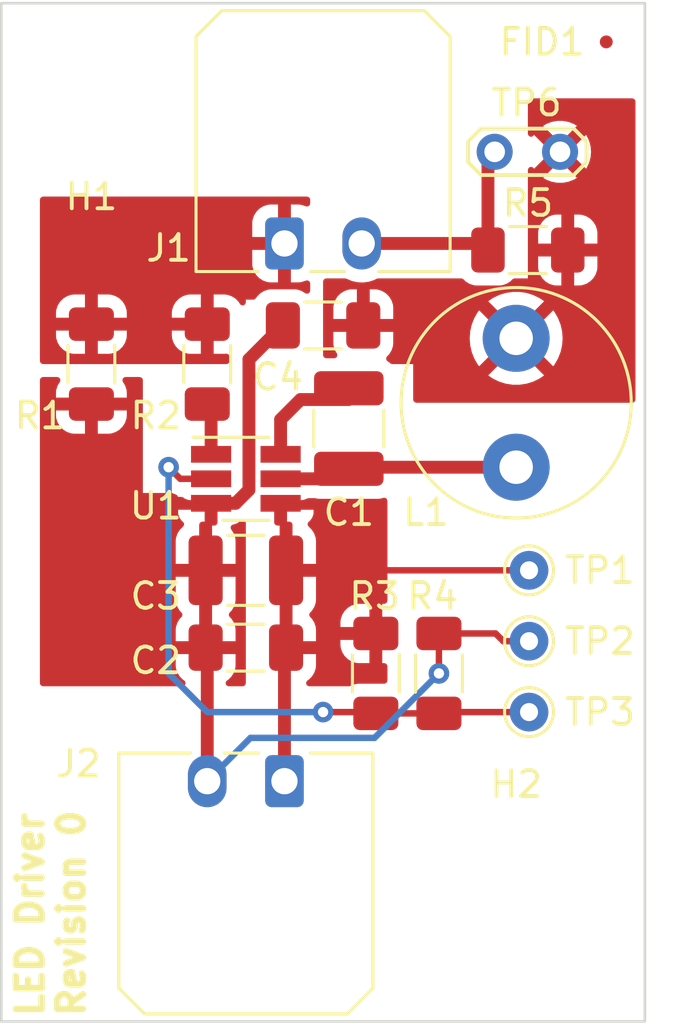
<source format=kicad_pcb>
(kicad_pcb (version 20221018) (generator pcbnew)
  (layers (0 "F.Cu" signal) (31 "B.Cu" signal) (34 "B.Paste" user) (35 "F.Paste" user) (36 "B.SilkS" user "B.Silkscreen") (37 "F.SilkS" user "F.Silkscreen") (38 "B.Mask" user) (39 "F.Mask" user) (44 "Edge.Cuts" user))
  (net 0 "")
  (net 1 "Net-(U1-SW)")
  (net 2 "Net-(U1-BOOT)")
  (net 3 "+24V")
  (net 4 "GND")
  (net 5 "Net-(J1-Pin_1)")
  (net 6 "Net-(J1-Pin_2)")
  (net 7 "Net-(U1-FB)")
  (net 8 "Net-(U1-DIM)")
  (net 9 "Net-(C4-Pad1)")
  (footprint "Package_TO_SOT_SMD:SOT-23-6_Handsoldering" (layer "F.Cu") (at 137 100.95)
    (fp_text reference "U1" (at -3.5 1.05) (layer "F.SilkS"))
    (fp_text value "TPS92200")
    (fp_line (start -0.9 1.61) (end 0.9 1.61) (stroke (width 0.12)) (layer "F.SilkS"))
    (fp_line (start 0.9 -1.61) (end -2.05 -1.61) (stroke (width 0.12)) (layer "F.SilkS"))
    (pad "1" smd rect (at -1.35 -0.95) (size 1.56 0.65) (layers "F.Cu" "F.Paste" "F.Mask") (net 7 "Net-(U1-FB)"))
    (pad "2" smd rect (at -1.35 0) (size 1.56 0.65) (layers "F.Cu" "F.Paste" "F.Mask") (net 8 "Net-(U1-DIM)"))
    (pad "3" smd rect (at -1.35 0.95) (size 1.56 0.65) (layers "F.Cu" "F.Paste" "F.Mask") (net 4 "GND"))
    (pad "4" smd rect (at 1.35 0.95) (size 1.56 0.65) (layers "F.Cu" "F.Paste" "F.Mask") (net 3 "+24V"))
    (pad "5" smd rect (at 1.35 0) (size 1.56 0.65) (layers "F.Cu" "F.Paste" "F.Mask") (net 1 "Net-(U1-SW)"))
    (pad "6" smd rect (at 1.35 -0.95) (size 1.56 0.65) (layers "F.Cu" "F.Paste" "F.Mask") (net 2 "Net-(U1-BOOT)"))
  )
  (footprint "Capacitor_SMD:C_1210_3225Metric_Pad1.33x2.70mm_HandSolder" (layer "F.Cu") (at 141 99 90)
    (fp_text reference "C1" (at -3.25 0 180) (layer "F.SilkS"))
    (fp_text value "0.1uF" hide)
    (fp_line (start -0.711252 -1.36) (end 0.711252 -1.36) (stroke (width 0.12)) (layer "F.SilkS"))
    (fp_line (start -0.711252 1.36) (end 0.711252 1.36) (stroke (width 0.12)) (layer "F.SilkS"))
    (pad "1" smd roundrect (at -1.5625 0 90) (size 1.325 2.7) (layers "F.Cu" "F.Paste" "F.Mask") (roundrect_rratio 0.188679) (net 1 "Net-(U1-SW)"))
    (pad "2" smd roundrect (at 1.5625 0 90) (size 1.325 2.7) (layers "F.Cu" "F.Paste" "F.Mask") (roundrect_rratio 0.188679) (net 2 "Net-(U1-BOOT)"))
  )
  (footprint "Resistor_SMD:R_1206_3216Metric_Pad1.30x1.75mm_HandSolder" (layer "F.Cu") (at 142.05 108.5 90)
    (fp_text reference "R3" (at 3 -0.05 180) (layer "F.SilkS"))
    (fp_text value "51k" hide)
    (fp_line (start -0.727064 -0.91) (end 0.727064 -0.91) (stroke (width 0.12)) (layer "F.SilkS"))
    (fp_line (start -0.727064 0.91) (end 0.727064 0.91) (stroke (width 0.12)) (layer "F.SilkS"))
    (pad "1" smd roundrect (at -1.55 0 90) (size 1.3 1.75) (layers "F.Cu" "F.Paste" "F.Mask") (roundrect_rratio 0.192308) (net 8 "Net-(U1-DIM)"))
    (pad "2" smd roundrect (at 1.55 0 90) (size 1.3 1.75) (layers "F.Cu" "F.Paste" "F.Mask") (roundrect_rratio 0.192308) (net 3 "+24V"))
  )
  (footprint "Capacitor_SMD:C_1210_3225Metric_Pad1.33x2.70mm_HandSolder" (layer "F.Cu") (at 137 104.5 180)
    (fp_text reference "C3" (at 3.5 -1) (layer "F.SilkS"))
    (fp_text value "0.1uF" hide)
    (fp_line (start -0.711252 -1.36) (end 0.711252 -1.36) (stroke (width 0.12)) (layer "F.SilkS"))
    (fp_line (start -0.711252 1.36) (end 0.711252 1.36) (stroke (width 0.12)) (layer "F.SilkS"))
    (pad "1" smd roundrect (at -1.5625 0 180) (size 1.325 2.7) (layers "F.Cu" "F.Paste" "F.Mask") (roundrect_rratio 0.188679) (net 3 "+24V"))
    (pad "2" smd roundrect (at 1.5625 0 180) (size 1.325 2.7) (layers "F.Cu" "F.Paste" "F.Mask") (roundrect_rratio 0.188679) (net 4 "GND"))
  )
  (footprint "Connector_Molex:Molex_Micro-Fit_3.0_43650-0200_1x02_P3.00mm_Horizontal" (layer "F.Cu") (at 138.5 112.68 180)
    (fp_text reference "J2" (at 8 0.68) (layer "F.SilkS"))
    (fp_text value "Conn_24V")
    (fp_line (start -3.435 -8.03) (end -2.435 -9.03) (stroke (width 0.12)) (layer "F.SilkS"))
    (fp_line (start -3.435 1.09) (end -3.435 -8.03) (stroke (width 0.12)) (layer "F.SilkS"))
    (fp_line (start -3.435 1.09) (end -1.01 1.09) (stroke (width 0.12)) (layer "F.SilkS"))
    (fp_line (start -2.435 -9.03) (end 5.435 -9.03) (stroke (width 0.12)) (layer "F.SilkS"))
    (fp_line (start 1.01 1.09) (end 2.348233 1.09) (stroke (width 0.12)) (layer "F.SilkS"))
    (fp_line (start 5.435 -9.03) (end 6.435 -8.03) (stroke (width 0.12)) (layer "F.SilkS"))
    (fp_line (start 6.435 -8.03) (end 6.435 1.09) (stroke (width 0.12)) (layer "F.SilkS"))
    (fp_line (start 6.435 1.09) (end 3.651767 1.09) (stroke (width 0.12)) (layer "F.SilkS"))
    (pad "" np_thru_hole circle (at 1.5 -4.32 180) (size 3 3) (drill 3) (layers "*.Cu" "*.Mask"))
    (pad "1" thru_hole roundrect (at 0 0 180) (size 1.5 2.02) (drill 1.02) (layers "*.Cu" "*.Mask") (roundrect_rratio 0.166667) (net 3 "+24V"))
    (pad "2" thru_hole oval (at 3 0 180) (size 1.5 2.02) (drill 1.02) (layers "*.Cu" "*.Mask") (net 4 "GND"))
  )
  (footprint "Resistor_SMD:R_1206_3216Metric_Pad1.30x1.75mm_HandSolder" (layer "F.Cu") (at 147.955 92.075)
    (fp_text reference "R5" (at 0 -1.82) (layer "F.SilkS"))
    (fp_text value "0R")
    (fp_line (start -0.727064 -0.91) (end 0.727064 -0.91) (stroke (width 0.12)) (layer "F.SilkS"))
    (fp_line (start -0.727064 0.91) (end 0.727064 0.91) (stroke (width 0.12)) (layer "F.SilkS"))
    (pad "1" smd roundrect (at -1.55 0) (size 1.3 1.75) (layers "F.Cu" "F.Paste" "F.Mask") (roundrect_rratio 0.192308) (net 6 "Net-(J1-Pin_2)"))
    (pad "2" smd roundrect (at 1.55 0) (size 1.3 1.75) (layers "F.Cu" "F.Paste" "F.Mask") (roundrect_rratio 0.192308) (net 9 "Net-(C4-Pad1)"))
  )
  (footprint "Capacitor_SMD:C_1206_3216Metric_Pad1.33x1.80mm_HandSolder" (layer "F.Cu") (at 140 95 180)
    (fp_text reference "C4" (at 1.75 -2) (layer "F.SilkS"))
    (fp_text value "10uF")
    (fp_line (start -0.711252 -0.91) (end 0.711252 -0.91) (stroke (width 0.12)) (layer "F.SilkS"))
    (fp_line (start -0.711252 0.91) (end 0.711252 0.91) (stroke (width 0.12)) (layer "F.SilkS"))
    (pad "1" smd roundrect (at -1.5625 0 180) (size 1.325 1.8) (layers "F.Cu" "F.Paste" "F.Mask") (roundrect_rratio 0.188679) (net 9 "Net-(C4-Pad1)"))
    (pad "2" smd roundrect (at 1.5625 0 180) (size 1.325 1.8) (layers "F.Cu" "F.Paste" "F.Mask") (roundrect_rratio 0.188679) (net 4 "GND"))
  )
  (footprint "TestPoint:TestPoint_THTPad_D1.5mm_Drill0.7mm" (layer "F.Cu") (at 148 104.5)
    (fp_text reference "TP1" (at 2.75 0) (layer "F.SilkS"))
    (fp_text value "TestPoint" hide)
    (fp_circle (center 0 0) (end 0 0.95) (stroke (width 0.12)) (fill none) (layer "F.SilkS"))
    (pad "1" thru_hole circle (at 0 0) (size 1.5 1.5) (drill 0.7) (layers "*.Cu" "*.Mask") (net 3 "+24V"))
  )
  (footprint "TestPoint:TestPoint_2Pads_Pitch2.54mm_Drill0.8mm" (layer "F.Cu") (at 149.205 88.265 180)
    (fp_text reference "TP6" (at 1.3 1.905) (layer "F.SilkS"))
    (fp_text value "TestPoint_2Pole" hide)
    (fp_line (start -1.03 -0.4) (end -0.53 -0.9) (stroke (width 0.15)) (layer "F.SilkS"))
    (fp_line (start -1.03 0.4) (end -1.03 -0.4) (stroke (width 0.15)) (layer "F.SilkS"))
    (fp_line (start -0.53 -0.9) (end 3.07 -0.9) (stroke (width 0.15)) (layer "F.SilkS"))
    (fp_line (start -0.53 0.9) (end -1.03 0.4) (stroke (width 0.15)) (layer "F.SilkS"))
    (fp_line (start 3.07 -0.9) (end 3.57 -0.4) (stroke (width 0.15)) (layer "F.SilkS"))
    (fp_line (start 3.07 0.9) (end -0.53 0.9) (stroke (width 0.15)) (layer "F.SilkS"))
    (fp_line (start 3.57 -0.4) (end 3.57 0.4) (stroke (width 0.15)) (layer "F.SilkS"))
    (fp_line (start 3.57 0.4) (end 3.07 0.9) (stroke (width 0.15)) (layer "F.SilkS"))
    (pad "1" thru_hole circle (at 0 0 180) (size 1.4 1.4) (drill 0.8) (layers "*.Cu" "*.Mask") (net 9 "Net-(C4-Pad1)"))
    (pad "2" thru_hole circle (at 2.54 0 180) (size 1.4 1.4) (drill 0.8) (layers "*.Cu" "*.Mask") (net 6 "Net-(J1-Pin_2)"))
  )
  (footprint "Resistor_SMD:R_1206_3216Metric_Pad1.30x1.75mm_HandSolder" (layer "F.Cu") (at 131 96.5 90)
    (fp_text reference "R1" (at -2 -2 180) (layer "F.SilkS"))
    (fp_text value "0.133R" hide)
    (fp_line (start -0.727064 -0.91) (end 0.727064 -0.91) (stroke (width 0.12)) (layer "F.SilkS"))
    (fp_line (start -0.727064 0.91) (end 0.727064 0.91) (stroke (width 0.12)) (layer "F.SilkS"))
    (pad "1" smd roundrect (at -1.55 0 90) (size 1.3 1.75) (layers "F.Cu" "F.Paste" "F.Mask") (roundrect_rratio 0.192308) (net 4 "GND"))
    (pad "2" smd roundrect (at 1.55 0 90) (size 1.3 1.75) (layers "F.Cu" "F.Paste" "F.Mask") (roundrect_rratio 0.192308) (net 5 "Net-(J1-Pin_1)"))
  )
  (footprint "Connector_Molex:Molex_Micro-Fit_3.0_43650-0200_1x02_P3.00mm_Horizontal" (layer "F.Cu") (at 138.5 91.82)
    (fp_text reference "J1" (at -4.5 0.18) (layer "F.SilkS"))
    (fp_text value "Conn_LED")
    (fp_line (start -3.435 -8.03) (end -2.435 -9.03) (stroke (width 0.12)) (layer "F.SilkS"))
    (fp_line (start -3.435 1.09) (end -3.435 -8.03) (stroke (width 0.12)) (layer "F.SilkS"))
    (fp_line (start -3.435 1.09) (end -1.01 1.09) (stroke (width 0.12)) (layer "F.SilkS"))
    (fp_line (start -2.435 -9.03) (end 5.435 -9.03) (stroke (width 0.12)) (layer "F.SilkS"))
    (fp_line (start 1.01 1.09) (end 2.348233 1.09) (stroke (width 0.12)) (layer "F.SilkS"))
    (fp_line (start 5.435 -9.03) (end 6.435 -8.03) (stroke (width 0.12)) (layer "F.SilkS"))
    (fp_line (start 6.435 -8.03) (end 6.435 1.09) (stroke (width 0.12)) (layer "F.SilkS"))
    (fp_line (start 6.435 1.09) (end 3.651767 1.09) (stroke (width 0.12)) (layer "F.SilkS"))
    (pad "" np_thru_hole circle (at 1.5 -4.32) (size 3 3) (drill 3) (layers "*.Cu" "*.Mask"))
    (pad "1" thru_hole roundrect (at 0 0) (size 1.5 2.02) (drill 1.02) (layers "*.Cu" "*.Mask") (roundrect_rratio 0.166667) (net 5 "Net-(J1-Pin_1)"))
    (pad "2" thru_hole oval (at 3 0) (size 1.5 2.02) (drill 1.02) (layers "*.Cu" "*.Mask") (net 6 "Net-(J1-Pin_2)"))
  )
  (footprint "Capacitor_SMD:C_1206_3216Metric_Pad1.33x1.80mm_HandSolder" (layer "F.Cu") (at 137 107.5 180)
    (fp_text reference "C2" (at 3.5 -0.5) (layer "F.SilkS"))
    (fp_text value "10uF" hide)
    (fp_line (start -0.711252 -0.91) (end 0.711252 -0.91) (stroke (width 0.12)) (layer "F.SilkS"))
    (fp_line (start -0.711252 0.91) (end 0.711252 0.91) (stroke (width 0.12)) (layer "F.SilkS"))
    (pad "1" smd roundrect (at -1.5625 0 180) (size 1.325 1.8) (layers "F.Cu" "F.Paste" "F.Mask") (roundrect_rratio 0.188679) (net 3 "+24V"))
    (pad "2" smd roundrect (at 1.5625 0 180) (size 1.325 1.8) (layers "F.Cu" "F.Paste" "F.Mask") (roundrect_rratio 0.188679) (net 4 "GND"))
  )
  (footprint "Resistor_SMD:R_1206_3216Metric_Pad1.30x1.75mm_HandSolder" (layer "F.Cu") (at 135.5 96.5 -90)
    (fp_text reference "R2" (at 2 2 -180) (layer "F.SilkS"))
    (fp_text value "0R" hide)
    (fp_line (start -0.727064 -0.91) (end 0.727064 -0.91) (stroke (width 0.12)) (layer "F.SilkS"))
    (fp_line (start -0.727064 0.91) (end 0.727064 0.91) (stroke (width 0.12)) (layer "F.SilkS"))
    (pad "1" smd roundrect (at -1.55 0 270) (size 1.3 1.75) (layers "F.Cu" "F.Paste" "F.Mask") (roundrect_rratio 0.192308) (net 5 "Net-(J1-Pin_1)"))
    (pad "2" smd roundrect (at 1.55 0 270) (size 1.3 1.75) (layers "F.Cu" "F.Paste" "F.Mask") (roundrect_rratio 0.192308) (net 7 "Net-(U1-FB)"))
  )
  (footprint "TestPoint:TestPoint_THTPad_D1.5mm_Drill0.7mm" (layer "F.Cu") (at 148 110)
    (fp_text reference "TP3" (at 2.75 0) (layer "F.SilkS"))
    (fp_text value "TestPoint" hide)
    (fp_circle (center 0 0) (end 0 0.95) (stroke (width 0.12)) (fill none) (layer "F.SilkS"))
    (pad "1" thru_hole circle (at 0 0) (size 1.5 1.5) (drill 0.7) (layers "*.Cu" "*.Mask") (net 8 "Net-(U1-DIM)"))
  )
  (footprint "Fiducial:Fiducial_0.5mm_Mask1mm" (layer "F.Cu") (at 151 84)
    (fp_text reference "FID1" (at -2.5 0 180) (layer "F.SilkS"))
    (fp_text value "Fiducial" hide)
    (pad "" smd circle (at 0 0) (size 0.5 0.5) (layers "F.Cu" "F.Mask") (clearance 0.25))
  )
  (footprint "MountingHole:MountingHole_2.7mm_M2.5" (layer "F.Cu") (at 147.5 116.5)
    (fp_text reference "H2" (at 0 -3.7) (layer "F.SilkS"))
    (fp_text value "MountingHole" hide)
    (pad "" np_thru_hole circle (at 0 0) (size 2.7 2.7) (drill 2.7) (layers "*.Cu" "*.Mask"))
  )
  (footprint "Resistor_SMD:R_1206_3216Metric_Pad1.30x1.75mm_HandSolder" (layer "F.Cu") (at 144.5 108.5 -90)
    (fp_text reference "R4" (at -3 0.25 -180) (layer "F.SilkS"))
    (fp_text value "13k" hide)
    (fp_line (start -0.727064 -0.91) (end 0.727064 -0.91) (stroke (width 0.12)) (layer "F.SilkS"))
    (fp_line (start -0.727064 0.91) (end 0.727064 0.91) (stroke (width 0.12)) (layer "F.SilkS"))
    (pad "1" smd roundrect (at -1.55 0 270) (size 1.3 1.75) (layers "F.Cu" "F.Paste" "F.Mask") (roundrect_rratio 0.192308) (net 4 "GND"))
    (pad "2" smd roundrect (at 1.55 0 270) (size 1.3 1.75) (layers "F.Cu" "F.Paste" "F.Mask") (roundrect_rratio 0.192308) (net 8 "Net-(U1-DIM)"))
  )
  (footprint "TestPoint:TestPoint_THTPad_D1.5mm_Drill0.7mm" (layer "F.Cu") (at 148 107.25)
    (fp_text reference "TP2" (at 2.75 0) (layer "F.SilkS"))
    (fp_text value "TestPoint" hide)
    (fp_circle (center 0 0) (end 0 0.95) (stroke (width 0.12)) (fill none) (layer "F.SilkS"))
    (pad "1" thru_hole circle (at 0 0) (size 1.5 1.5) (drill 0.7) (layers "*.Cu" "*.Mask") (net 4 "GND"))
  )
  (footprint "Inductor_THT:L_Radial_D8.7mm_P5.00mm_Fastron_07HCP" (layer "F.Cu") (at 147.5 100.5 90)
    (fp_text reference "L1" (at -1.75 -3.5 180) (layer "F.SilkS"))
    (fp_text value "18 uH")
    (fp_circle (center 2.5 0) (end 6.97 0) (stroke (width 0.12)) (fill none) (layer "F.SilkS"))
    (pad "1" thru_hole circle (at 0 0 90) (size 2.6 2.6) (drill 1.3) (layers "*.Cu" "*.Mask") (net 1 "Net-(U1-SW)"))
    (pad "2" thru_hole circle (at 5 0 90) (size 2.6 2.6) (drill 1.3) (layers "*.Cu" "*.Mask") (net 9 "Net-(C4-Pad1)"))
  )
  (footprint "MountingHole:MountingHole_2.7mm_M2.5" (layer "F.Cu") (at 131 86)
    (fp_text reference "H1" (at 0 4) (layer "F.SilkS"))
    (fp_text value "MountingHole" hide)
    (pad "" np_thru_hole circle (at 0 0) (size 2.7 2.7) (drill 2.7) (layers "*.Cu" "*.Mask"))
  )
  (gr_rect (start 127.5 82.5) (end 152.5 122) (stroke (width 0.1)) (fill none) (layer "Edge.Cuts"))
  (gr_text "LED Driver\nRevision 0" (at 130.81 121.92 90) (layer "F.SilkS") (effects (font (size 1 1) (thickness 0.25) bold) (justify left bottom)))
  (segment (start 141 100.5625) (end 141.0625 100.5) (width 0.5) (layer "F.Cu") (net 1))
  (segment (start 141 100.5625) (end 140.6125 100.95) (width 0.5) (layer "F.Cu") (net 1))
  (segment (start 140.6125 100.95) (end 138.35 100.95) (width 0.5) (layer "F.Cu") (net 1))
  (segment (start 141.0625 100.5) (end 147.5 100.5) (width 0.5) (layer "F.Cu") (net 1))
  (segment (start 139.125 97.875) (end 141 97.875) (width 0.5) (layer "F.Cu") (net 2))
  (segment (start 138.35 100) (end 138.35 98.65) (width 0.5) (layer "F.Cu") (net 2))
  (segment (start 138.35 98.65) (end 139.125 97.875) (width 0.5) (layer "F.Cu") (net 2))
  (segment (start 148 104.5) (end 138.5625 104.5) (width 0.25) (layer "F.Cu") (net 3))
  (segment (start 138.5 107.5625) (end 138.5625 107.5) (width 0.25) (layer "F.Cu") (net 3))
  (segment (start 138.6125 107.55) (end 138.5625 107.5) (width 0.25) (layer "F.Cu") (net 3))
  (segment (start 138.5 112.68) (end 138.5 107.5625) (width 0.5) (layer "F.Cu") (net 3))
  (segment (start 137.12 96.3175) (end 137.12 101.38) (width 0.5) (layer "F.Cu") (net 4))
  (segment (start 135.5 107.5625) (end 135.4375 107.5) (width 0.25) (layer "F.Cu") (net 4))
  (segment (start 148 107.25) (end 147 107.25) (width 0.25) (layer "F.Cu") (net 4))
  (segment (start 136.6 101.9) (end 135.65 101.9) (width 0.5) (layer "F.Cu") (net 4))
  (segment (start 137.12 101.38) (end 136.6 101.9) (width 0.5) (layer "F.Cu") (net 4))
  (segment (start 144.5 106.95) (end 146.7 106.95) (width 0.25) (layer "F.Cu") (net 4))
  (segment (start 138.4375 95) (end 137.12 96.3175) (width 0.5) (layer "F.Cu") (net 4))
  (segment (start 135.5 112.68) (end 135.5 107.5625) (width 0.5) (layer "F.Cu") (net 4))
  (segment (start 144.5 106.95) (end 144.5 108.5) (width 0.25) (layer "F.Cu") (net 4))
  (segment (start 146.7 106.95) (end 147 107.25) (width 0.25) (layer "F.Cu") (net 4))
  (via (at 144.5 108.5) (size 0.8) (drill 0.4) (layers "F.Cu" "B.Cu") (net 4))
  (segment (start 142 111) (end 137.18 111) (width 0.25) (layer "B.Cu") (net 4))
  (segment (start 144.5 108.5) (end 142 111) (width 0.25) (layer "B.Cu") (net 4))
  (segment (start 137.18 111) (end 135.5 112.68) (width 0.25) (layer "B.Cu") (net 4))
  (segment (start 146.405 92.075) (end 146.405 88.525) (width 0.5) (layer "F.Cu") (net 6))
  (segment (start 146.405 92.075) (end 146.15 91.82) (width 0.5) (layer "F.Cu") (net 6))
  (segment (start 146.15 91.82) (end 141.5 91.82) (width 0.5) (layer "F.Cu") (net 6))
  (segment (start 146.405 88.525) (end 146.665 88.265) (width 0.5) (layer "F.Cu") (net 6))
  (segment (start 135.65 98.2) (end 135.5 98.05) (width 0.25) (layer "F.Cu") (net 7))
  (segment (start 135.65 100) (end 135.65 98.2) (width 0.5) (layer "F.Cu") (net 7))
  (segment (start 134.45 100.95) (end 134 100.5) (width 0.25) (layer "F.Cu") (net 8))
  (segment (start 144.5 110.05) (end 142.05 110.05) (width 0.25) (layer "F.Cu") (net 8))
  (segment (start 144.55 110) (end 144.5 110.05) (width 0.25) (layer "F.Cu") (net 8))
  (segment (start 142 110) (end 142.05 110.05) (width 0.25) (layer "F.Cu") (net 8))
  (segment (start 148 110) (end 144.55 110) (width 0.25) (layer "F.Cu") (net 8))
  (segment (start 140 110) (end 142 110) (width 0.25) (layer "F.Cu") (net 8))
  (segment (start 135.65 100.95) (end 134.45 100.95) (width 0.25) (layer "F.Cu") (net 8))
  (via (at 134 100.5) (size 0.8) (drill 0.4) (layers "F.Cu" "B.Cu") (net 8))
  (via (at 140 110) (size 0.8) (drill 0.4) (layers "F.Cu" "B.Cu") (net 8))
  (segment (start 134 108.5) (end 134 100.5) (width 0.25) (layer "B.Cu") (net 8))
  (segment (start 140 110) (end 135.5 110) (width 0.25) (layer "B.Cu") (net 8))
  (segment (start 135.5 110) (end 134 108.5) (width 0.25) (layer "B.Cu") (net 8))
  (zone (net 5) (net_name "Net-(J1-Pin_1)") (layer "F.Cu") (priority 2) (connect_pads (clearance 0.5)) (min_thickness 0.25) (fill yes (thermal_gap 0.5) (thermal_bridge_width 0.5))
    (polygon (pts (xy 129 90) (xy 129 96.5) (xy 137 96.5) (xy 137 94) (xy 139.5 94) (xy 139.5 90)))
  )
  (zone (net 4) (net_name "GND") (layer "F.Cu") (connect_pads (clearance 0.5)) (min_thickness 0.25) (fill yes (thermal_gap 0.5) (thermal_bridge_width 0.5))
    (polygon (pts (xy 137 101.5) (xy 137 109) (xy 129 109) (xy 129 97) (xy 133 97) (xy 133 101.5)))
  )
  (zone (net 9) (net_name "Net-(C4-Pad1)") (layer "F.Cu") (priority 3) (connect_pads (clearance 0.5)) (min_thickness 0.25) (fill yes (thermal_gap 0.5) (thermal_bridge_width 0.5))
    (polygon (pts (xy 140 96.5) (xy 143.5 96.5) (xy 143.5 98) (xy 152.135 98) (xy 152.135 86.19) (xy 147.955 86.19) (xy 147.955 93.175) (xy 140 93.175)))
  )
  (zone (net 3) (net_name "+24V") (layer "F.Cu") (priority 1) (connect_pads (clearance 0.5)) (min_thickness 0.25) (fill yes (thermal_gap 0.5) (thermal_bridge_width 0.5))
    (polygon (pts (xy 137.5 101.5) (xy 137.5 109) (xy 142.5 109) (xy 142.5 101.5)))
  )
)
</source>
